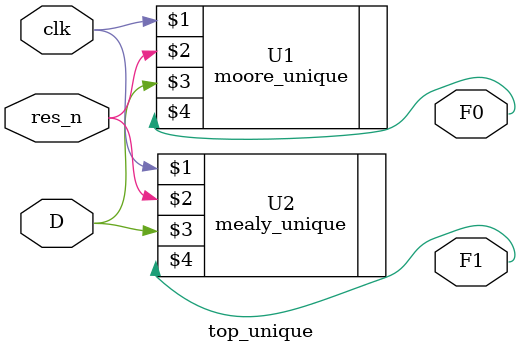
<source format=sv>
module top_unique (clk, res_n, D, F0, F1);

input logic clk, res_n, D;
output logic 		 F0, F1;

moore_unique U1 (clk, res_n, D, F0);
mealy_unique U2 (clk, res_n, D, F1);

endmodule

</source>
